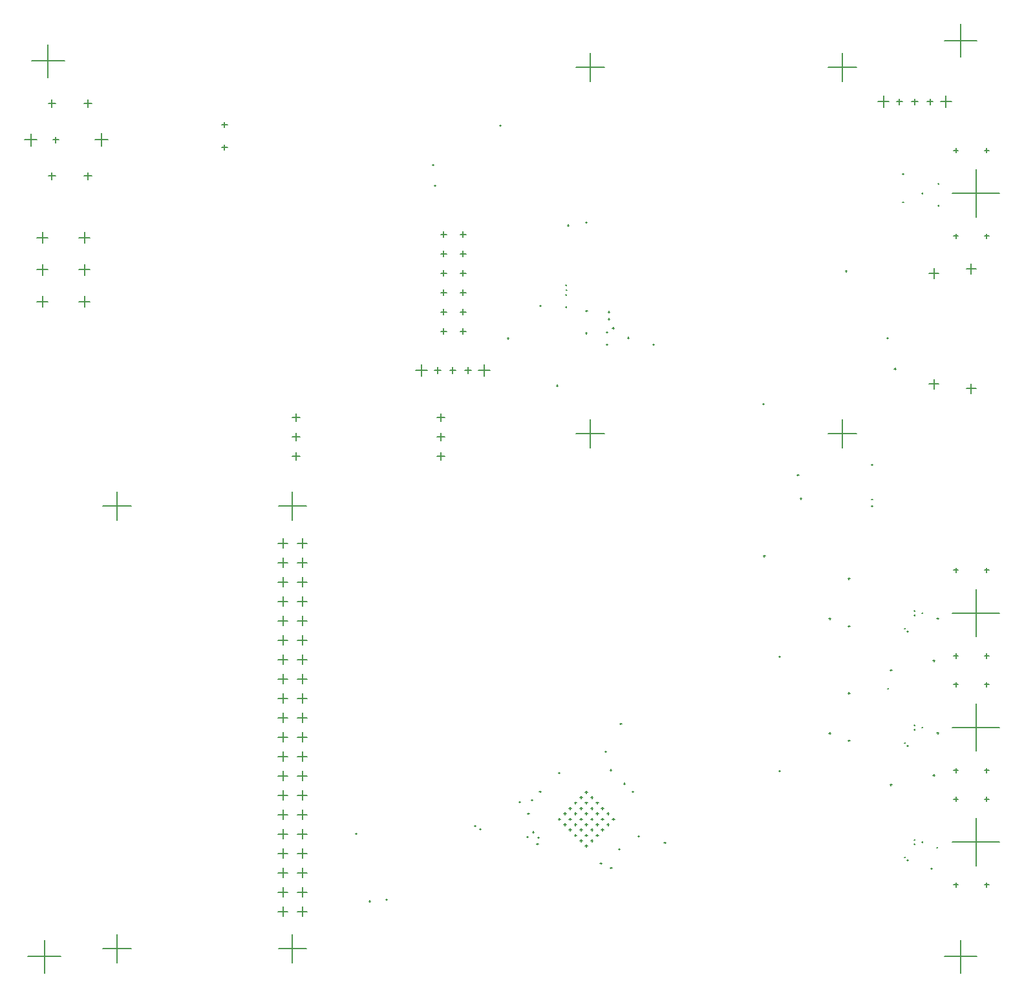
<source format=gbr>
%TF.GenerationSoftware,Altium Limited,Altium Designer,22.4.2 (48)*%
G04 Layer_Color=128*
%FSLAX26Y26*%
%MOIN*%
%TF.SameCoordinates,1C2CB1AA-ACBE-45DF-AC24-D873E68AE3FE*%
%TF.FilePolarity,Positive*%
%TF.FileFunction,Drillmap*%
%TF.Part,Single*%
G01*
G75*
%TA.AperFunction,NonConductor*%
%ADD196C,0.005000*%
D196*
X6027559Y4896850D02*
X6051181D01*
X6039370Y4885039D02*
Y4908661D01*
X6027559Y5339370D02*
X6051181D01*
X6039370Y5327559D02*
Y5351181D01*
X5870079Y4896850D02*
X5893701D01*
X5881890Y4885039D02*
Y4908661D01*
X5870079Y5339370D02*
X5893701D01*
X5881890Y5327559D02*
Y5351181D01*
X5862205Y5118110D02*
X6106299D01*
X5984252Y4996063D02*
Y5240157D01*
X1142717Y4559055D02*
X1199803D01*
X1171260Y4530512D02*
Y4587598D01*
X1142717Y4724409D02*
X1199803D01*
X1171260Y4695866D02*
Y4752953D01*
X1142717Y4889764D02*
X1199803D01*
X1171260Y4861220D02*
Y4918307D01*
X1359252Y4559055D02*
X1416339D01*
X1387795Y4530512D02*
Y4587598D01*
X1359252Y4724409D02*
X1416339D01*
X1387795Y4695866D02*
Y4752953D01*
X1359252Y4889764D02*
X1416339D01*
X1387795Y4861220D02*
Y4918307D01*
X2385276Y3312205D02*
X2436457D01*
X2410866Y3286614D02*
Y3337795D01*
X2485276Y3312205D02*
X2536457D01*
X2510866Y3286614D02*
Y3337795D01*
X2385276Y3212205D02*
X2436457D01*
X2410866Y3186614D02*
Y3237795D01*
X2485276Y3212205D02*
X2536457D01*
X2510866Y3186614D02*
Y3237795D01*
X2385276Y3112205D02*
X2436457D01*
X2410866Y3086614D02*
Y3137795D01*
X2485276Y3112205D02*
X2536457D01*
X2510866Y3086614D02*
Y3137795D01*
X2385276Y3012205D02*
X2436457D01*
X2410866Y2986614D02*
Y3037795D01*
X2485276Y3012205D02*
X2536457D01*
X2510866Y2986614D02*
Y3037795D01*
X2385276Y2912205D02*
X2436457D01*
X2410866Y2886614D02*
Y2937795D01*
X2485276Y2912205D02*
X2536457D01*
X2510866Y2886614D02*
Y2937795D01*
X2385276Y2812205D02*
X2436457D01*
X2410866Y2786614D02*
Y2837795D01*
X2485276Y2812205D02*
X2536457D01*
X2510866Y2786614D02*
Y2837795D01*
X2385276Y2712205D02*
X2436457D01*
X2410866Y2686614D02*
Y2737795D01*
X2485276Y2712205D02*
X2536457D01*
X2510866Y2686614D02*
Y2737795D01*
X2385276Y2612205D02*
X2436457D01*
X2410866Y2586614D02*
Y2637795D01*
X2485276Y2612205D02*
X2536457D01*
X2510866Y2586614D02*
Y2637795D01*
X2385276Y2512205D02*
X2436457D01*
X2410866Y2486614D02*
Y2537795D01*
X2485276Y2512205D02*
X2536457D01*
X2510866Y2486614D02*
Y2537795D01*
X2385276Y2412205D02*
X2436457D01*
X2410866Y2386614D02*
Y2437795D01*
X2485276Y2412205D02*
X2536457D01*
X2510866Y2386614D02*
Y2437795D01*
X2385276Y2312205D02*
X2436457D01*
X2410866Y2286614D02*
Y2337795D01*
X2485276Y2312205D02*
X2536457D01*
X2510866Y2286614D02*
Y2337795D01*
X2385276Y2212205D02*
X2436457D01*
X2410866Y2186614D02*
Y2237795D01*
X2485276Y2212205D02*
X2536457D01*
X2510866Y2186614D02*
Y2237795D01*
X2385276Y2112205D02*
X2436457D01*
X2410866Y2086614D02*
Y2137795D01*
X2485276Y2112205D02*
X2536457D01*
X2510866Y2086614D02*
Y2137795D01*
X2385276Y2012205D02*
X2436457D01*
X2410866Y1986614D02*
Y2037795D01*
X2485276Y2012205D02*
X2536457D01*
X2510866Y1986614D02*
Y2037795D01*
X2385276Y1912205D02*
X2436457D01*
X2410866Y1886614D02*
Y1937795D01*
X2485276Y1912205D02*
X2536457D01*
X2510866Y1886614D02*
Y1937795D01*
X2385276Y1812205D02*
X2436457D01*
X2410866Y1786614D02*
Y1837795D01*
X2485276Y1812205D02*
X2536457D01*
X2510866Y1786614D02*
Y1837795D01*
X2385276Y1712205D02*
X2436457D01*
X2410866Y1686614D02*
Y1737795D01*
X2485276Y1712205D02*
X2536457D01*
X2510866Y1686614D02*
Y1737795D01*
X2385276Y1612205D02*
X2436457D01*
X2410866Y1586614D02*
Y1637795D01*
X2485276Y1612205D02*
X2536457D01*
X2510866Y1586614D02*
Y1637795D01*
X2385276Y1512205D02*
X2436457D01*
X2410866Y1486614D02*
Y1537795D01*
X2485276Y1512205D02*
X2536457D01*
X2510866Y1486614D02*
Y1537795D01*
X2385276Y1412205D02*
X2436457D01*
X2410866Y1386614D02*
Y1437795D01*
X2485276Y1412205D02*
X2536457D01*
X2510866Y1386614D02*
Y1437795D01*
X1200787Y5206693D02*
X1240157D01*
X1220472Y5187008D02*
Y5226378D01*
X1200787Y5580709D02*
X1240157D01*
X1220472Y5561024D02*
Y5600394D01*
X1080709Y5393701D02*
X1143701D01*
X1112205Y5362205D02*
Y5425197D01*
X1224409Y5393701D02*
X1255906D01*
X1240158Y5377953D02*
Y5409449D01*
X1442913Y5393701D02*
X1509842D01*
X1476378Y5360236D02*
Y5427165D01*
X1385827Y5580709D02*
X1425197D01*
X1405512Y5561024D02*
Y5600394D01*
X1385827Y5206693D02*
X1425197D01*
X1405512Y5187008D02*
Y5226378D01*
X5801181Y5590551D02*
X5860236D01*
X5830709Y5561024D02*
Y5620079D01*
X5478346Y5590551D02*
X5537401D01*
X5507874Y5561024D02*
Y5620079D01*
X5574803Y5590551D02*
X5606299D01*
X5590551Y5574803D02*
Y5606299D01*
X5653543Y5590551D02*
X5685039D01*
X5669291Y5574803D02*
Y5606299D01*
X5732283Y5590551D02*
X5763779D01*
X5748032Y5574803D02*
Y5606299D01*
X3204724Y3762205D02*
X3244094D01*
X3224409Y3742520D02*
Y3781890D01*
X3204724Y3862205D02*
X3244094D01*
X3224409Y3842520D02*
Y3881890D01*
X3204724Y3962205D02*
X3244094D01*
X3224409Y3942520D02*
Y3981890D01*
X5820866Y5905512D02*
X5990157D01*
X5905512Y5820866D02*
Y5990157D01*
X5742126Y4704724D02*
X5793307D01*
X5767717Y4679134D02*
Y4730315D01*
X5935039Y4728346D02*
X5986221D01*
X5960630Y4702756D02*
Y4753937D01*
X5742126Y4133858D02*
X5793307D01*
X5767717Y4108268D02*
Y4159449D01*
X5935039Y4110236D02*
X5986221D01*
X5960630Y4084646D02*
Y4135827D01*
X2387795Y3503937D02*
X2533465D01*
X2460630Y3431102D02*
Y3576772D01*
X3224961Y4406299D02*
X3254961D01*
X3239961Y4391299D02*
Y4421299D01*
X3324961Y4406299D02*
X3354961D01*
X3339961Y4391299D02*
Y4421299D01*
X6027559Y1550394D02*
X6051181D01*
X6039370Y1538583D02*
Y1562205D01*
X6027559Y1992913D02*
X6051181D01*
X6039370Y1981102D02*
Y2004724D01*
X5870079Y1550394D02*
X5893701D01*
X5881890Y1538583D02*
Y1562205D01*
X5870079Y1992913D02*
X5893701D01*
X5881890Y1981102D02*
Y2004724D01*
X5862205Y1771653D02*
X6106299D01*
X5984252Y1649606D02*
Y1893701D01*
X6027559Y2140945D02*
X6051181D01*
X6039370Y2129134D02*
Y2152756D01*
X6027559Y2583465D02*
X6051181D01*
X6039370Y2571653D02*
Y2595276D01*
X5870079Y2140945D02*
X5893701D01*
X5881890Y2129134D02*
Y2152756D01*
X5870079Y2583465D02*
X5893701D01*
X5881890Y2571653D02*
Y2595276D01*
X5862205Y2362205D02*
X6106299D01*
X5984252Y2240157D02*
Y2484252D01*
X6027559Y2731496D02*
X6051181D01*
X6039370Y2719685D02*
Y2743307D01*
X6027559Y3174016D02*
X6051181D01*
X6039370Y3162205D02*
Y3185827D01*
X5870079Y2731496D02*
X5893701D01*
X5881890Y2719685D02*
Y2743307D01*
X5870079Y3174016D02*
X5893701D01*
X5881890Y3162205D02*
Y3185827D01*
X5862205Y2952756D02*
X6106299D01*
X5984252Y2830709D02*
Y3074803D01*
X3324961Y4906299D02*
X3354961D01*
X3339961Y4891299D02*
Y4921299D01*
X3224961Y4906299D02*
X3254961D01*
X3239961Y4891299D02*
Y4921299D01*
X3324961Y4806299D02*
X3354961D01*
X3339961Y4791299D02*
Y4821299D01*
X3224961Y4806299D02*
X3254961D01*
X3239961Y4791299D02*
Y4821299D01*
X3224961Y4706299D02*
X3254961D01*
X3239961Y4691299D02*
Y4721299D01*
X3324961Y4706299D02*
X3354961D01*
X3339961Y4691299D02*
Y4721299D01*
X3224961Y4606299D02*
X3254961D01*
X3239961Y4591299D02*
Y4621299D01*
X3324961Y4606299D02*
X3354961D01*
X3339961Y4591299D02*
Y4621299D01*
X3224961Y4506299D02*
X3254961D01*
X3239961Y4491299D02*
Y4521299D01*
X3324961Y4506299D02*
X3354961D01*
X3339961Y4491299D02*
Y4521299D01*
X3096457Y4204724D02*
X3155512D01*
X3125984Y4175197D02*
Y4234252D01*
X3419291Y4204724D02*
X3478346D01*
X3448819Y4175197D02*
Y4234252D01*
X3350394Y4204724D02*
X3381890D01*
X3366142Y4188976D02*
Y4220472D01*
X3271654Y4204724D02*
X3303150D01*
X3287402Y4188976D02*
Y4220472D01*
X3192913Y4204724D02*
X3224409D01*
X3208661Y4188976D02*
Y4220472D01*
X1096457Y1181102D02*
X1265748D01*
X1181102Y1096457D02*
Y1265748D01*
X1115354Y5800000D02*
X1284646D01*
X1200000Y5715354D02*
Y5884646D01*
X5820866Y1181102D02*
X5990157D01*
X5905512Y1096457D02*
Y1265748D01*
X2460630Y3762205D02*
X2500000D01*
X2480315Y3742520D02*
Y3781890D01*
X2460630Y3862205D02*
X2500000D01*
X2480315Y3842520D02*
Y3881890D01*
X2460630Y3962205D02*
X2500000D01*
X2480315Y3942520D02*
Y3981890D01*
X3923228Y3877953D02*
X4068898D01*
X3996063Y3805118D02*
Y3950787D01*
X5222441Y3877953D02*
X5368110D01*
X5295276Y3805118D02*
Y3950787D01*
X3923228Y5767717D02*
X4068898D01*
X3996063Y5694882D02*
Y5840551D01*
X5222441Y5767717D02*
X5368110D01*
X5295276Y5694882D02*
Y5840551D01*
X1482284Y3503937D02*
X1627953D01*
X1555118Y3431102D02*
Y3576772D01*
X2387795Y1220472D02*
X2533465D01*
X2460630Y1147638D02*
Y1293307D01*
X1482284Y1220472D02*
X1627953D01*
X1555118Y1147638D02*
Y1293307D01*
X3970472Y1861925D02*
X3982284D01*
X3976378Y1856020D02*
Y1867831D01*
X3942634Y1834086D02*
X3954445D01*
X3948539Y1828181D02*
Y1839992D01*
X3914795Y1806247D02*
X3926606D01*
X3920700Y1800342D02*
Y1812153D01*
X3942634Y1889764D02*
X3954445D01*
X3948539Y1883858D02*
Y1895669D01*
X3914795Y1861925D02*
X3926606D01*
X3920700Y1856019D02*
Y1867830D01*
X3886956Y1834086D02*
X3898767D01*
X3892861Y1828181D02*
Y1839992D01*
X3914795Y1917603D02*
X3926606D01*
X3920700Y1911697D02*
Y1923508D01*
X3886956Y1889764D02*
X3898767D01*
X3892861Y1883858D02*
Y1895669D01*
X3859117Y1861925D02*
X3870928D01*
X3865023Y1856019D02*
Y1867830D01*
X3886956Y1945441D02*
X3898767D01*
X3892861Y1939536D02*
Y1951347D01*
X3859117Y1917603D02*
X3870928D01*
X3865023Y1911697D02*
Y1923508D01*
X3831278Y1889764D02*
X3843089D01*
X3837184Y1883858D02*
Y1895669D01*
X3998311Y1834086D02*
X4010122D01*
X4004217Y1828181D02*
Y1839992D01*
X3970472Y1806247D02*
X3982284D01*
X3976378Y1800342D02*
Y1812153D01*
X3942634Y1778408D02*
X3954445D01*
X3948539Y1772503D02*
Y1784314D01*
X3970472Y1750570D02*
X3982284D01*
X3976378Y1744664D02*
Y1756475D01*
X3998311Y1778408D02*
X4010122D01*
X4004217Y1772503D02*
Y1784314D01*
X4026150Y1806247D02*
X4037961D01*
X4032056Y1800342D02*
Y1812153D01*
X3970472Y1917603D02*
X3982284D01*
X3976378Y1911697D02*
Y1923508D01*
X3998311Y1945441D02*
X4010122D01*
X4004217Y1939536D02*
Y1951347D01*
X4026150Y1973280D02*
X4037961D01*
X4032056Y1967375D02*
Y1979186D01*
X3998311Y1889764D02*
X4010122D01*
X4004217Y1883858D02*
Y1895669D01*
X4026150Y1917603D02*
X4037961D01*
X4032056Y1911697D02*
Y1923508D01*
X4053989Y1945441D02*
X4065800D01*
X4059894Y1939536D02*
Y1951347D01*
X4026150Y1861925D02*
X4037961D01*
X4032056Y1856019D02*
Y1867830D01*
X4053989Y1889764D02*
X4065800D01*
X4059894Y1883858D02*
Y1895669D01*
X4081828Y1917603D02*
X4093639D01*
X4087733Y1911697D02*
Y1923508D01*
X4053989Y1834086D02*
X4065800D01*
X4059894Y1828181D02*
Y1839992D01*
X4081828Y1861925D02*
X4093639D01*
X4087733Y1856019D02*
Y1867830D01*
X4109667Y1889764D02*
X4121478D01*
X4115572Y1883858D02*
Y1895669D01*
X3942634Y1945441D02*
X3954445D01*
X3948539Y1939536D02*
Y1951347D01*
X3970472Y1973280D02*
X3982284D01*
X3976378Y1967375D02*
Y1979186D01*
X3998311Y2001119D02*
X4010122D01*
X4004217Y1995214D02*
Y2007025D01*
X3970472Y2028958D02*
X3982284D01*
X3976378Y2023053D02*
Y2034864D01*
X3942634Y2001119D02*
X3954445D01*
X3948539Y1995214D02*
Y2007025D01*
X3914795Y1973280D02*
X3926606D01*
X3920700Y1967375D02*
Y1979186D01*
X5763779Y2706693D02*
X5771654D01*
X5767717Y2702756D02*
Y2710630D01*
X5763779Y2116142D02*
X5771654D01*
X5767717Y2112205D02*
Y2120079D01*
X5783465Y1742126D02*
X5787402D01*
X5785433Y1740158D02*
Y1744094D01*
X3972567Y4968504D02*
X3980441D01*
X3976504Y4964567D02*
Y4972441D01*
X3870079Y4594488D02*
X3874016D01*
X3872047Y4592520D02*
Y4596457D01*
X3567913Y4370079D02*
X3575787D01*
X3571850Y4366142D02*
Y4374016D01*
X3972441Y4396654D02*
X3980315D01*
X3976378Y4392717D02*
Y4400591D01*
X5666709Y2963780D02*
X5670646D01*
X5668678Y2961811D02*
Y2965748D01*
X5666709Y2941732D02*
X5670646D01*
X5668678Y2939764D02*
Y2943701D01*
X5630748Y2857874D02*
X5634685D01*
X5632717Y2855906D02*
Y2859843D01*
X5616142Y2873032D02*
X5620079D01*
X5618110Y2871063D02*
Y2875000D01*
X5666709Y2373228D02*
X5670646D01*
X5668678Y2371260D02*
Y2375197D01*
X5666709Y2351181D02*
X5670646D01*
X5668678Y2349213D02*
Y2353150D01*
X5630748Y2267323D02*
X5634685D01*
X5632717Y2265354D02*
Y2269291D01*
X5616142Y2282480D02*
X5620079D01*
X5618110Y2280512D02*
Y2284449D01*
X5616142Y1691929D02*
X5620079D01*
X5618110Y1689961D02*
Y1693898D01*
X5630748Y1676772D02*
X5634685D01*
X5632717Y1674803D02*
Y1678740D01*
X4070882Y2238189D02*
X4078756D01*
X4074819Y2234252D02*
Y2242126D01*
X4188976Y4373032D02*
X4196850D01*
X4192913Y4369095D02*
Y4376968D01*
X4110236Y4423000D02*
X4118110D01*
X4114173Y4419063D02*
Y4426937D01*
X3869908Y4644486D02*
X3873845D01*
X3871877Y4642517D02*
Y4646454D01*
X5607283Y5216535D02*
X5611221D01*
X5609252Y5214567D02*
Y5218504D01*
X5078740Y3543307D02*
X5086614D01*
X5082677Y3539370D02*
Y3547244D01*
X5564063Y4213000D02*
X5571937D01*
X5568000Y4209063D02*
Y4216937D01*
X5525591Y4371063D02*
X5533465D01*
X5529528Y4367126D02*
Y4375000D01*
X4047244Y1662402D02*
X4055118D01*
X4051181Y1658465D02*
Y1666339D01*
X5607283Y5071850D02*
X5611221D01*
X5609252Y5069882D02*
Y5073819D01*
X5789908Y5054580D02*
X5793845D01*
X5791876Y5052612D02*
Y5056549D01*
X5789331Y5167323D02*
X5793268D01*
X5791299Y5165354D02*
Y5169291D01*
X3427319Y1838099D02*
X3431256D01*
X3429287Y1836131D02*
Y1840068D01*
X3400591Y1853696D02*
X3404528D01*
X3402559Y1851727D02*
Y1855664D01*
X5528047Y2563000D02*
X5533953D01*
X5531000Y2560047D02*
Y2565953D01*
X4888079Y3247000D02*
X4897921D01*
X4893000Y3242079D02*
Y3251921D01*
X3871032Y4619000D02*
X3874968D01*
X3873000Y4617032D02*
Y4620968D01*
X3191063Y5158000D02*
X3198937D01*
X3195000Y5154063D02*
Y5161937D01*
X3869490Y4531705D02*
X3873427D01*
X3871458Y4529736D02*
Y4533673D01*
X2855063Y1466000D02*
X2862937D01*
X2859000Y1462063D02*
Y1469937D01*
X2786063Y1815000D02*
X2793937D01*
X2790000Y1811063D02*
Y1818937D01*
X2942063Y1474000D02*
X2949937D01*
X2946000Y1470063D02*
Y1477937D01*
X5666709Y1760630D02*
X5670646D01*
X5668678Y1758661D02*
Y1762598D01*
X5666709Y1782677D02*
X5670646D01*
X5668678Y1780709D02*
Y1784646D01*
X3668063Y1798000D02*
X3675937D01*
X3672000Y1794063D02*
Y1801937D01*
X4242063Y1801000D02*
X4249937D01*
X4246000Y1797063D02*
Y1804937D01*
X5227063Y2923551D02*
X5234937D01*
X5231000Y2919614D02*
Y2927488D01*
X5227063Y2333000D02*
X5234937D01*
X5231000Y2329063D02*
Y2336937D01*
X3527559Y5468504D02*
X3535433D01*
X3531496Y5464567D02*
Y5472441D01*
X3181102Y5263779D02*
X3188976D01*
X3185039Y5259842D02*
Y5267717D01*
X3697835Y1822835D02*
X3705709D01*
X3701772Y1818898D02*
Y1826772D01*
X5311024Y4716535D02*
X5318898D01*
X5314961Y4712598D02*
Y4720472D01*
X5753937Y1633858D02*
X5757874D01*
X5755905Y1631890D02*
Y1635827D01*
X5062992Y3665354D02*
X5070866D01*
X5066929Y3661417D02*
Y3669291D01*
X4885827Y4031496D02*
X4893701D01*
X4889764Y4027559D02*
Y4035433D01*
X5446850Y3716535D02*
X5450787D01*
X5448819Y3714567D02*
Y3718504D01*
X5446850Y3539370D02*
X5450787D01*
X5448819Y3537402D02*
Y3541339D01*
X5446850Y3503937D02*
X5450787D01*
X5448819Y3501968D02*
Y3505905D01*
X5706693Y1771653D02*
X5710630D01*
X5708661Y1769685D02*
Y1773622D01*
X5706693Y2952756D02*
X5710630D01*
X5708661Y2950787D02*
Y2954724D01*
X5706693Y2362205D02*
X5710630D01*
X5708661Y2360236D02*
Y2364173D01*
X5706693Y5118110D02*
X5710630D01*
X5708661Y5116142D02*
Y5120079D01*
X3877953Y4952756D02*
X3885827D01*
X3881890Y4948819D02*
Y4956693D01*
X3735236Y4537402D02*
X3743110D01*
X3739173Y4533465D02*
Y4541339D01*
X3822835Y4125984D02*
X3830709D01*
X3826772Y4122047D02*
Y4129921D01*
X4376968Y1768701D02*
X4384842D01*
X4380905Y1764764D02*
Y1772638D01*
X5326772Y2295276D02*
X5334646D01*
X5330709Y2291339D02*
Y2299213D01*
X5326772Y2885827D02*
X5334646D01*
X5330709Y2881890D02*
Y2889764D01*
X5326772Y3129921D02*
X5334646D01*
X5330709Y3125984D02*
Y3133858D01*
X5326772Y2539370D02*
X5334646D01*
X5330709Y2535433D02*
Y2543307D01*
X5543307Y2066929D02*
X5551181D01*
X5547244Y2062992D02*
Y2070866D01*
X4968504Y2137795D02*
X4976378D01*
X4972441Y2133858D02*
Y2141732D01*
X4968504Y2728347D02*
X4976378D01*
X4972441Y2724410D02*
Y2732284D01*
X5543307Y2657480D02*
X5551181D01*
X5547244Y2653543D02*
Y2661417D01*
X4078740Y4338583D02*
X4086614D01*
X4082677Y4334646D02*
Y4342520D01*
X4318898Y4338583D02*
X4326772D01*
X4322835Y4334646D02*
Y4342520D01*
X4078740Y4401575D02*
X4086614D01*
X4082677Y4397638D02*
Y4405512D01*
X2096236Y5472441D02*
X2124236D01*
X2110236Y5458441D02*
Y5486441D01*
X2096236Y5354331D02*
X2124236D01*
X2110236Y5340331D02*
Y5368331D01*
X4149606Y2381890D02*
X4157480D01*
X4153543Y2377953D02*
Y2385827D01*
X3627953Y1978347D02*
X3635827D01*
X3631890Y1974409D02*
Y1982284D01*
X3673228Y1917323D02*
X3681102D01*
X3677165Y1913386D02*
Y1921260D01*
X3724410Y1795276D02*
X3732284D01*
X3728347Y1791339D02*
Y1799213D01*
X3720141Y1762205D02*
X3728015D01*
X3724078Y1758268D02*
Y1766142D01*
X4142063Y1734000D02*
X4149937D01*
X4146000Y1730063D02*
Y1737937D01*
X3830963Y2128144D02*
X3838837D01*
X3834900Y2124207D02*
Y2132081D01*
X3733527Y2030708D02*
X3741401D01*
X3737464Y2026771D02*
Y2034645D01*
X3691769Y1988950D02*
X3699643D01*
X3695706Y1985013D02*
Y1992887D01*
X4099999Y1637464D02*
X4107873D01*
X4103936Y1633527D02*
Y1641401D01*
X4210821Y2031242D02*
X4218695D01*
X4214758Y2027305D02*
Y2035179D01*
X4099466Y2142597D02*
X4107340D01*
X4103403Y2138660D02*
Y2146534D01*
X4169063Y2073000D02*
X4176937D01*
X4173000Y2069063D02*
Y2076937D01*
X5784063Y2924102D02*
X5791937D01*
X5788000Y2920165D02*
Y2928039D01*
X4088119Y4506229D02*
X4095993D01*
X4092056Y4502292D02*
Y4510166D01*
X4087476Y4469413D02*
X4095350D01*
X4091413Y4465476D02*
Y4473350D01*
X3973063Y4512000D02*
X3980937D01*
X3977000Y4508063D02*
Y4515937D01*
X5784063Y2333551D02*
X5791937D01*
X5788000Y2329614D02*
Y2337488D01*
%TF.MD5,fc08d250f584ae48ba73c9dcd91a4d8f*%
M02*

</source>
